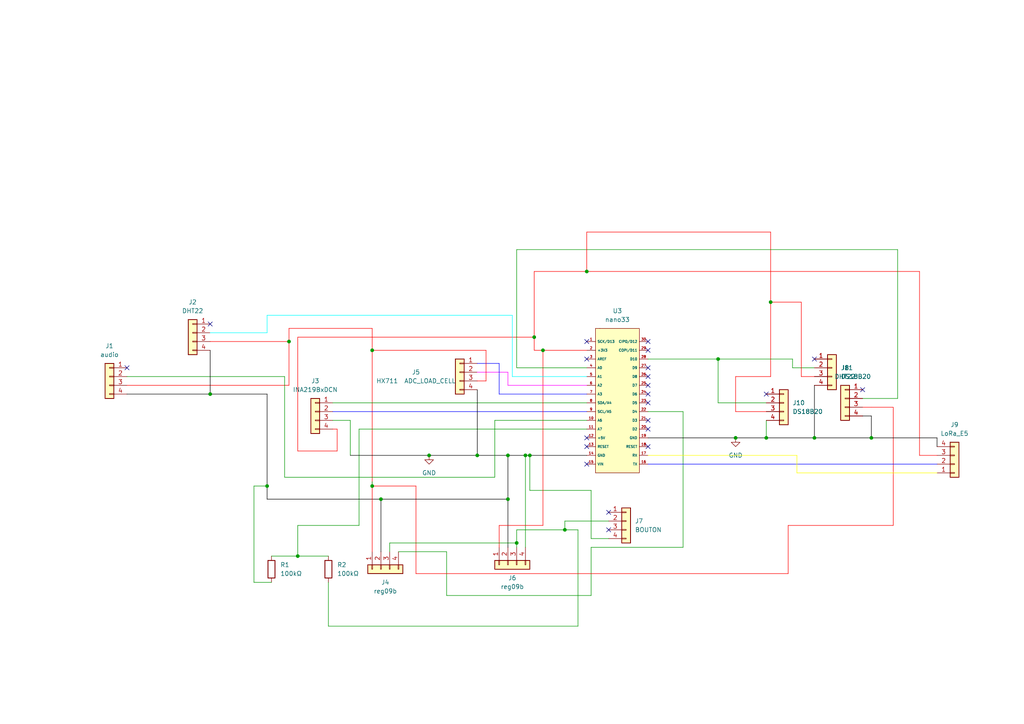
<source format=kicad_sch>
(kicad_sch (version 20211123) (generator eeschema)

  (uuid 303f712c-dc0b-4d0a-b8af-cc3a2e4cf749)

  (paper "A4")

  (lib_symbols
    (symbol "Connector_Generic:Conn_01x04" (pin_names (offset 1.016) hide) (in_bom yes) (on_board yes)
      (property "Reference" "J" (id 0) (at 0 5.08 0)
        (effects (font (size 1.27 1.27)))
      )
      (property "Value" "Conn_01x04" (id 1) (at 0 -7.62 0)
        (effects (font (size 1.27 1.27)))
      )
      (property "Footprint" "" (id 2) (at 0 0 0)
        (effects (font (size 1.27 1.27)) hide)
      )
      (property "Datasheet" "~" (id 3) (at 0 0 0)
        (effects (font (size 1.27 1.27)) hide)
      )
      (property "ki_keywords" "connector" (id 4) (at 0 0 0)
        (effects (font (size 1.27 1.27)) hide)
      )
      (property "ki_description" "Generic connector, single row, 01x04, script generated (kicad-library-utils/schlib/autogen/connector/)" (id 5) (at 0 0 0)
        (effects (font (size 1.27 1.27)) hide)
      )
      (property "ki_fp_filters" "Connector*:*_1x??_*" (id 6) (at 0 0 0)
        (effects (font (size 1.27 1.27)) hide)
      )
      (symbol "Conn_01x04_1_1"
        (rectangle (start -1.27 -4.953) (end 0 -5.207)
          (stroke (width 0.1524) (type default) (color 0 0 0 0))
          (fill (type none))
        )
        (rectangle (start -1.27 -2.413) (end 0 -2.667)
          (stroke (width 0.1524) (type default) (color 0 0 0 0))
          (fill (type none))
        )
        (rectangle (start -1.27 0.127) (end 0 -0.127)
          (stroke (width 0.1524) (type default) (color 0 0 0 0))
          (fill (type none))
        )
        (rectangle (start -1.27 2.667) (end 0 2.413)
          (stroke (width 0.1524) (type default) (color 0 0 0 0))
          (fill (type none))
        )
        (rectangle (start -1.27 3.81) (end 1.27 -6.35)
          (stroke (width 0.254) (type default) (color 0 0 0 0))
          (fill (type background))
        )
        (pin passive line (at -5.08 2.54 0) (length 3.81)
          (name "Pin_1" (effects (font (size 1.27 1.27))))
          (number "1" (effects (font (size 1.27 1.27))))
        )
        (pin passive line (at -5.08 0 0) (length 3.81)
          (name "Pin_2" (effects (font (size 1.27 1.27))))
          (number "2" (effects (font (size 1.27 1.27))))
        )
        (pin passive line (at -5.08 -2.54 0) (length 3.81)
          (name "Pin_3" (effects (font (size 1.27 1.27))))
          (number "3" (effects (font (size 1.27 1.27))))
        )
        (pin passive line (at -5.08 -5.08 0) (length 3.81)
          (name "Pin_4" (effects (font (size 1.27 1.27))))
          (number "4" (effects (font (size 1.27 1.27))))
        )
      )
    )
    (symbol "Device:R" (pin_numbers hide) (pin_names (offset 0)) (in_bom yes) (on_board yes)
      (property "Reference" "R" (id 0) (at 2.032 0 90)
        (effects (font (size 1.27 1.27)))
      )
      (property "Value" "R" (id 1) (at 0 0 90)
        (effects (font (size 1.27 1.27)))
      )
      (property "Footprint" "" (id 2) (at -1.778 0 90)
        (effects (font (size 1.27 1.27)) hide)
      )
      (property "Datasheet" "~" (id 3) (at 0 0 0)
        (effects (font (size 1.27 1.27)) hide)
      )
      (property "ki_keywords" "R res resistor" (id 4) (at 0 0 0)
        (effects (font (size 1.27 1.27)) hide)
      )
      (property "ki_description" "Resistor" (id 5) (at 0 0 0)
        (effects (font (size 1.27 1.27)) hide)
      )
      (property "ki_fp_filters" "R_*" (id 6) (at 0 0 0)
        (effects (font (size 1.27 1.27)) hide)
      )
      (symbol "R_0_1"
        (rectangle (start -1.016 -2.54) (end 1.016 2.54)
          (stroke (width 0.254) (type default) (color 0 0 0 0))
          (fill (type none))
        )
      )
      (symbol "R_1_1"
        (pin passive line (at 0 3.81 270) (length 1.27)
          (name "~" (effects (font (size 1.27 1.27))))
          (number "1" (effects (font (size 1.27 1.27))))
        )
        (pin passive line (at 0 -3.81 90) (length 1.27)
          (name "~" (effects (font (size 1.27 1.27))))
          (number "2" (effects (font (size 1.27 1.27))))
        )
      )
    )
    (symbol "nano33_1" (in_bom yes) (on_board yes)
      (property "Reference" "U" (id 0) (at 1.27 13.97 0)
        (effects (font (size 1.27 1.27)))
      )
      (property "Value" "nano33_1" (id 1) (at 1.27 12.7 0)
        (effects (font (size 1.27 1.27)))
      )
      (property "Footprint" "Module:Arduino_Nano_WithMountingHoles" (id 2) (at 1.27 -33.02 0)
        (effects (font (size 1.27 1.27)) hide)
      )
      (property "Datasheet" "" (id 3) (at 0 0 0)
        (effects (font (size 1.27 1.27)) hide)
      )
      (symbol "nano33_1_0_1"
        (rectangle (start -5.08 11.43) (end 7.62 -30.48)
          (stroke (width 0) (type default) (color 0 0 0 0))
          (fill (type background))
        )
        (rectangle (start -3.81 11.43) (end -3.81 11.43)
          (stroke (width 0) (type default) (color 0 0 0 0))
          (fill (type none))
        )
      )
      (symbol "nano33_1_1_1"
        (pin bidirectional line (at -7.62 7.62 0) (length 2.54)
          (name "SCK/D13" (effects (font (size 0.7112 0.7112))))
          (number "1" (effects (font (size 0.7112 0.7112))))
        )
        (pin bidirectional line (at -7.62 -15.24 0) (length 2.54)
          (name "A6" (effects (font (size 0.7112 0.7112))))
          (number "10" (effects (font (size 0.7112 0.7112))))
        )
        (pin bidirectional line (at -7.62 -17.78 0) (length 2.54)
          (name "A7" (effects (font (size 0.7112 0.7112))))
          (number "11" (effects (font (size 0.7112 0.7112))))
        )
        (pin bidirectional line (at -7.62 -20.32 0) (length 2.54)
          (name "+5V" (effects (font (size 0.7112 0.7112))))
          (number "12" (effects (font (size 0.7112 0.7112))))
        )
        (pin bidirectional line (at -7.62 -22.86 0) (length 2.54)
          (name "RESET" (effects (font (size 0.7112 0.7112))))
          (number "13" (effects (font (size 0.7112 0.7112))))
        )
        (pin bidirectional line (at -7.62 -25.4 0) (length 2.54)
          (name "GND" (effects (font (size 0.7112 0.7112))))
          (number "14" (effects (font (size 0.7112 0.7112))))
        )
        (pin bidirectional line (at -7.62 -27.94 0) (length 2.54)
          (name "VIN" (effects (font (size 0.7112 0.7112))))
          (number "15" (effects (font (size 0.7112 0.7112))))
        )
        (pin bidirectional line (at 10.16 -27.94 180) (length 2.54)
          (name "TX" (effects (font (size 0.7112 0.7112))))
          (number "16" (effects (font (size 0.7112 0.7112))))
        )
        (pin bidirectional line (at 10.16 -25.4 180) (length 2.54)
          (name "RX" (effects (font (size 0.7112 0.7112))))
          (number "17" (effects (font (size 0.7112 0.7112))))
        )
        (pin bidirectional line (at 10.16 -22.86 180) (length 2.54)
          (name "RESET" (effects (font (size 0.7112 0.7112))))
          (number "18" (effects (font (size 0.7112 0.7112))))
        )
        (pin bidirectional line (at 10.16 -20.32 180) (length 2.54)
          (name "GND" (effects (font (size 0.7112 0.7112))))
          (number "19" (effects (font (size 0.7112 0.7112))))
        )
        (pin input line (at -7.62 5.08 0) (length 2.54)
          (name "+3V3" (effects (font (size 0.7112 0.7112))))
          (number "2" (effects (font (size 0.7112 0.7112))))
        )
        (pin bidirectional line (at 10.16 -17.78 180) (length 2.54)
          (name "D2" (effects (font (size 0.7112 0.7112))))
          (number "20" (effects (font (size 0.7112 0.7112))))
        )
        (pin bidirectional line (at 10.16 -15.24 180) (length 2.54)
          (name "D3" (effects (font (size 0.7112 0.7112))))
          (number "21" (effects (font (size 0.7112 0.7112))))
        )
        (pin bidirectional line (at 10.16 -12.7 180) (length 2.54)
          (name "D4" (effects (font (size 0.7112 0.7112))))
          (number "22" (effects (font (size 0.7112 0.7112))))
        )
        (pin bidirectional line (at 10.16 -10.16 180) (length 2.54)
          (name "D5" (effects (font (size 0.7112 0.7112))))
          (number "23" (effects (font (size 0.7112 0.7112))))
        )
        (pin bidirectional line (at 10.16 -7.62 180) (length 2.54)
          (name "D6" (effects (font (size 0.7112 0.7112))))
          (number "24" (effects (font (size 0.7112 0.7112))))
        )
        (pin bidirectional line (at 10.16 -5.08 180) (length 2.54)
          (name "D7" (effects (font (size 0.7112 0.7112))))
          (number "25" (effects (font (size 0.7112 0.7112))))
        )
        (pin bidirectional line (at 10.16 -2.54 180) (length 2.54)
          (name "D8" (effects (font (size 0.7112 0.7112))))
          (number "26" (effects (font (size 0.7112 0.7112))))
        )
        (pin bidirectional line (at 10.16 0 180) (length 2.54)
          (name "D9" (effects (font (size 0.7112 0.7112))))
          (number "27" (effects (font (size 0.7112 0.7112))))
        )
        (pin bidirectional line (at 10.16 2.54 180) (length 2.54)
          (name "D10" (effects (font (size 0.7112 0.7112))))
          (number "28" (effects (font (size 0.7112 0.7112))))
        )
        (pin bidirectional line (at 10.16 5.08 180) (length 2.54)
          (name "COPI/D11" (effects (font (size 0.7112 0.7112))))
          (number "29" (effects (font (size 0.7112 0.7112))))
        )
        (pin bidirectional line (at -7.62 2.54 0) (length 2.54)
          (name "AREF" (effects (font (size 0.7112 0.7112))))
          (number "3" (effects (font (size 0.7112 0.7112))))
        )
        (pin bidirectional line (at 10.16 7.62 180) (length 2.54)
          (name "CIPO/D12" (effects (font (size 0.7112 0.7112))))
          (number "30" (effects (font (size 0.7112 0.7112))))
        )
        (pin bidirectional line (at -7.62 0 0) (length 2.54)
          (name "A0" (effects (font (size 0.7112 0.7112))))
          (number "4" (effects (font (size 0.7112 0.7112))))
        )
        (pin bidirectional line (at -7.62 -2.54 0) (length 2.54)
          (name "A1" (effects (font (size 0.7112 0.7112))))
          (number "5" (effects (font (size 0.7112 0.7112))))
        )
        (pin bidirectional line (at -7.62 -5.08 0) (length 2.54)
          (name "A2" (effects (font (size 0.7112 0.7112))))
          (number "6" (effects (font (size 0.7112 0.7112))))
        )
        (pin bidirectional line (at -7.62 -7.62 0) (length 2.54)
          (name "A3" (effects (font (size 0.7112 0.7112))))
          (number "7" (effects (font (size 0.7112 0.7112))))
        )
        (pin bidirectional line (at -7.62 -10.16 0) (length 2.54)
          (name "SDA/A4" (effects (font (size 0.7112 0.7112))))
          (number "8" (effects (font (size 0.7112 0.7112))))
        )
        (pin bidirectional line (at -7.62 -12.7 0) (length 2.54)
          (name "SCL/A5" (effects (font (size 0.7112 0.7112))))
          (number "9" (effects (font (size 0.7112 0.7112))))
        )
      )
    )
    (symbol "power:GND" (power) (pin_names (offset 0)) (in_bom yes) (on_board yes)
      (property "Reference" "#PWR" (id 0) (at 0 -6.35 0)
        (effects (font (size 1.27 1.27)) hide)
      )
      (property "Value" "GND" (id 1) (at 0 -3.81 0)
        (effects (font (size 1.27 1.27)))
      )
      (property "Footprint" "" (id 2) (at 0 0 0)
        (effects (font (size 1.27 1.27)) hide)
      )
      (property "Datasheet" "" (id 3) (at 0 0 0)
        (effects (font (size 1.27 1.27)) hide)
      )
      (property "ki_keywords" "power-flag" (id 4) (at 0 0 0)
        (effects (font (size 1.27 1.27)) hide)
      )
      (property "ki_description" "Power symbol creates a global label with name \"GND\" , ground" (id 5) (at 0 0 0)
        (effects (font (size 1.27 1.27)) hide)
      )
      (symbol "GND_0_1"
        (polyline
          (pts
            (xy 0 0)
            (xy 0 -1.27)
            (xy 1.27 -1.27)
            (xy 0 -2.54)
            (xy -1.27 -1.27)
            (xy 0 -1.27)
          )
          (stroke (width 0) (type default) (color 0 0 0 0))
          (fill (type none))
        )
      )
      (symbol "GND_1_1"
        (pin power_in line (at 0 0 270) (length 0) hide
          (name "GND" (effects (font (size 1.27 1.27))))
          (number "1" (effects (font (size 1.27 1.27))))
        )
      )
    )
  )

  (junction (at 124.46 132.08) (diameter 0) (color 0 0 0 0)
    (uuid 0614a5c8-54b7-4b93-80c9-8967f632a065)
  )
  (junction (at 170.18 78.74) (diameter 0) (color 0 0 0 0)
    (uuid 067ebeb8-29bf-47f8-afce-a3c1af9ef464)
  )
  (junction (at 83.82 99.06) (diameter 0) (color 0 0 0 0)
    (uuid 0cbdc5af-8922-4aa4-a3b0-66880af56448)
  )
  (junction (at 147.32 132.08) (diameter 0) (color 0 0 0 0)
    (uuid 23ee9548-ab97-4c34-89ce-198291bbfa31)
  )
  (junction (at 77.47 140.97) (diameter 0) (color 0 0 0 0)
    (uuid 30a61816-924e-4569-8f97-88c23a059681)
  )
  (junction (at 138.43 132.08) (diameter 0) (color 0 0 0 0)
    (uuid 44fe0002-84f2-4b25-8052-60a7f1695345)
  )
  (junction (at 153.67 132.08) (diameter 0) (color 0 0 0 0)
    (uuid 500afb52-c53b-46ab-885c-c77d3770151f)
  )
  (junction (at 163.83 153.67) (diameter 0) (color 0 0 0 0)
    (uuid 507959f7-d22e-4713-b187-8d0278a16229)
  )
  (junction (at 154.94 97.79) (diameter 0) (color 0 0 0 0)
    (uuid 5cf61145-07fa-4e88-8341-81b97fec9380)
  )
  (junction (at 236.22 127) (diameter 0) (color 0 0 0 0)
    (uuid 5d439e65-2448-47ba-8d11-f15f950ff8fa)
  )
  (junction (at 60.96 114.3) (diameter 0) (color 0 0 0 0)
    (uuid 5e3aba4f-e3e5-4d81-9c2d-fdad5d8c5866)
  )
  (junction (at 223.52 87.63) (diameter 0) (color 0 0 0 0)
    (uuid 7b4267a0-48cc-455d-ba77-887c00f2e91e)
  )
  (junction (at 208.28 104.14) (diameter 0) (color 0 0 0 0)
    (uuid 8dc6fbbf-920d-4ffe-b957-60a796b0efc3)
  )
  (junction (at 213.36 127) (diameter 0) (color 0 0 0 0)
    (uuid 91937af9-fcbf-4abf-bfe5-3c0d4713662c)
  )
  (junction (at 222.25 127) (diameter 0) (color 0 0 0 0)
    (uuid acdc7d64-c8b2-4bc4-b5dc-751e19e95853)
  )
  (junction (at 149.86 157.48) (diameter 0) (color 0 0 0 0)
    (uuid b2654728-86f6-4c99-9575-8aa36f55813a)
  )
  (junction (at 152.4 132.08) (diameter 0) (color 0 0 0 0)
    (uuid bc10c44d-cb67-4eac-a9a4-e3f0df1f9aff)
  )
  (junction (at 107.95 101.6) (diameter 0) (color 0 0 0 0)
    (uuid c069dfff-573d-4337-85ca-d9cf9fc46dc6)
  )
  (junction (at 110.49 144.78) (diameter 0) (color 0 0 0 0)
    (uuid c598639e-2a38-4bc2-bde4-ee36e1404105)
  )
  (junction (at 86.36 161.29) (diameter 0) (color 0 0 0 0)
    (uuid d77fd4eb-9c7f-4266-abd0-3cb756928cc9)
  )
  (junction (at 252.73 127) (diameter 0) (color 0 0 0 0)
    (uuid dd0ab8c2-7b0d-423f-92f3-b4e52e4a8c33)
  )
  (junction (at 107.95 140.97) (diameter 0) (color 0 0 0 0)
    (uuid e0af9efd-d79b-40c4-90ee-7f203b65b7da)
  )
  (junction (at 147.32 144.78) (diameter 0) (color 0 0 0 0)
    (uuid fc3c2115-d685-4f30-b707-b2016db2499c)
  )
  (junction (at 157.48 101.6) (diameter 0) (color 0 0 0 0)
    (uuid fc8c0cf5-d44c-4a44-8c97-42c20f8c953c)
  )

  (no_connect (at 36.83 106.68) (uuid 190c98ec-5522-482e-a431-b4daae8b6f0e))
  (no_connect (at 222.25 114.3) (uuid 3a79acaa-4a5e-497d-946b-8cc67d17689c))
  (no_connect (at 187.96 101.6) (uuid dcad763f-484d-4424-8bf7-71c010cc694d))
  (no_connect (at 187.96 99.06) (uuid dcad763f-484d-4424-8bf7-71c010cc694e))
  (no_connect (at 187.96 109.22) (uuid dcad763f-484d-4424-8bf7-71c010cc694f))
  (no_connect (at 187.96 106.68) (uuid dcad763f-484d-4424-8bf7-71c010cc6950))
  (no_connect (at 187.96 114.3) (uuid dcad763f-484d-4424-8bf7-71c010cc6951))
  (no_connect (at 187.96 111.76) (uuid dcad763f-484d-4424-8bf7-71c010cc6952))
  (no_connect (at 170.18 104.14) (uuid dcad763f-484d-4424-8bf7-71c010cc6953))
  (no_connect (at 170.18 99.06) (uuid dcad763f-484d-4424-8bf7-71c010cc6954))
  (no_connect (at 176.53 148.59) (uuid dcad763f-484d-4424-8bf7-71c010cc6955))
  (no_connect (at 176.53 153.67) (uuid dcad763f-484d-4424-8bf7-71c010cc6956))
  (no_connect (at 187.96 124.46) (uuid dcad763f-484d-4424-8bf7-71c010cc6957))
  (no_connect (at 187.96 121.92) (uuid dcad763f-484d-4424-8bf7-71c010cc6958))
  (no_connect (at 187.96 129.54) (uuid dcad763f-484d-4424-8bf7-71c010cc6959))
  (no_connect (at 187.96 116.84) (uuid dcad763f-484d-4424-8bf7-71c010cc695a))
  (no_connect (at 60.96 93.98) (uuid dcad763f-484d-4424-8bf7-71c010cc695b))
  (no_connect (at 250.19 113.03) (uuid dcad763f-484d-4424-8bf7-71c010cc695c))
  (no_connect (at 170.18 127) (uuid dcad763f-484d-4424-8bf7-71c010cc695e))
  (no_connect (at 170.18 129.54) (uuid dcad763f-484d-4424-8bf7-71c010cc695f))
  (no_connect (at 170.18 134.62) (uuid dcad763f-484d-4424-8bf7-71c010cc6960))
  (no_connect (at 236.22 104.14) (uuid fdc0b0fb-76d6-4c63-8081-9a6a124023ac))

  (wire (pts (xy 77.47 140.97) (xy 77.47 144.78))
    (stroke (width 0) (type default) (color 0 0 0 1))
    (uuid 001ede8d-2cc7-455f-a951-c51bafd1d373)
  )
  (wire (pts (xy 236.22 111.76) (xy 236.22 127))
    (stroke (width 0) (type default) (color 0 0 0 1))
    (uuid 00791e8d-54fb-4b99-9eac-19858a309914)
  )
  (wire (pts (xy 149.86 157.48) (xy 149.86 158.75))
    (stroke (width 0) (type default) (color 0 0 0 0))
    (uuid 00ce21dc-ccbc-40dc-aab2-8e92a7a8e073)
  )
  (wire (pts (xy 252.73 120.65) (xy 252.73 127))
    (stroke (width 0) (type default) (color 0 0 0 1))
    (uuid 011c9ecc-add4-4fef-a296-7b12c6f29563)
  )
  (wire (pts (xy 148.59 109.22) (xy 170.18 109.22))
    (stroke (width 0) (type default) (color 0 255 255 1))
    (uuid 052c1856-45bb-4fb5-a0b0-ee73039c6dc5)
  )
  (wire (pts (xy 163.83 153.67) (xy 167.64 153.67))
    (stroke (width 0) (type default) (color 0 0 0 0))
    (uuid 0561e2ac-0fe9-4c62-b314-9350d0b911ad)
  )
  (wire (pts (xy 78.74 161.29) (xy 86.36 161.29))
    (stroke (width 0) (type default) (color 0 0 0 0))
    (uuid 09d41f0f-5614-49b3-8002-5632e99a8892)
  )
  (wire (pts (xy 208.28 104.14) (xy 229.87 104.14))
    (stroke (width 0) (type default) (color 0 0 0 0))
    (uuid 0a276782-6145-4988-912b-ea4230251210)
  )
  (wire (pts (xy 154.94 101.6) (xy 154.94 97.79))
    (stroke (width 0) (type default) (color 255 0 0 1))
    (uuid 0b49d816-9460-43b5-9233-ca222b076841)
  )
  (wire (pts (xy 223.52 67.31) (xy 223.52 87.63))
    (stroke (width 0) (type default) (color 255 0 0 1))
    (uuid 12505d34-a2d3-4105-8412-cd782712c3ce)
  )
  (wire (pts (xy 149.86 72.39) (xy 260.35 72.39))
    (stroke (width 0) (type default) (color 0 0 0 0))
    (uuid 13fbbb81-0116-4492-82bc-5efbf2514e7e)
  )
  (wire (pts (xy 259.08 152.4) (xy 228.6 152.4))
    (stroke (width 0) (type default) (color 255 0 0 1))
    (uuid 1563df04-7bce-43cb-a27b-f0a824b40db5)
  )
  (wire (pts (xy 223.52 67.31) (xy 170.18 67.31))
    (stroke (width 0) (type default) (color 255 0 0 1))
    (uuid 17035371-c79e-4658-84e9-9f50221b7998)
  )
  (wire (pts (xy 60.96 101.6) (xy 60.96 114.3))
    (stroke (width 0) (type default) (color 0 0 0 1))
    (uuid 18e1deb0-38fb-4127-b03c-e418a1e20308)
  )
  (wire (pts (xy 60.96 96.52) (xy 77.47 96.52))
    (stroke (width 0) (type default) (color 0 255 255 1))
    (uuid 1a163bb9-824c-4401-8954-ac3dc9943bd3)
  )
  (wire (pts (xy 104.14 124.46) (xy 104.14 152.4))
    (stroke (width 0) (type default) (color 0 0 0 0))
    (uuid 1c87cc4e-a6e6-483d-a2f4-026b2d60ad4d)
  )
  (wire (pts (xy 138.43 113.03) (xy 138.43 132.08))
    (stroke (width 0) (type default) (color 0 0 0 1))
    (uuid 1e14c641-07ea-432c-a5bb-c8328cde61a5)
  )
  (wire (pts (xy 252.73 127) (xy 271.78 127))
    (stroke (width 0) (type default) (color 0 0 0 1))
    (uuid 1e1d1ff3-791b-45f1-88f9-5567d87f6c29)
  )
  (wire (pts (xy 86.36 152.4) (xy 86.36 161.29))
    (stroke (width 0) (type default) (color 0 0 0 0))
    (uuid 1e36b621-a1b1-46eb-9a58-52e5a6e9b540)
  )
  (wire (pts (xy 86.36 161.29) (xy 95.25 161.29))
    (stroke (width 0) (type default) (color 0 0 0 0))
    (uuid 1ef9bebf-3551-4024-b337-06347ab1ba96)
  )
  (wire (pts (xy 208.28 116.84) (xy 222.25 116.84))
    (stroke (width 0) (type default) (color 0 0 0 0))
    (uuid 215c0783-0a49-4b1e-b72d-e51d7feb70a3)
  )
  (wire (pts (xy 107.95 140.97) (xy 107.95 160.02))
    (stroke (width 0) (type default) (color 255 0 0 1))
    (uuid 218a7698-94cb-4927-bfcc-a28f9520886a)
  )
  (wire (pts (xy 147.32 144.78) (xy 147.32 158.75))
    (stroke (width 0) (type default) (color 0 0 0 1))
    (uuid 22629b4c-2ea8-4299-81ee-a00d6312d2f6)
  )
  (wire (pts (xy 95.25 181.61) (xy 167.64 181.61))
    (stroke (width 0) (type default) (color 0 0 0 0))
    (uuid 236f4ad8-2a62-4eee-a62a-4c006d54cc42)
  )
  (wire (pts (xy 36.83 109.22) (xy 82.55 109.22))
    (stroke (width 0) (type default) (color 0 0 0 0))
    (uuid 2cfc93d7-0c6f-4d2e-a236-e06d0329da89)
  )
  (wire (pts (xy 147.32 107.95) (xy 147.32 111.76))
    (stroke (width 0) (type default) (color 255 0 255 1))
    (uuid 2e8ce29b-0ada-480f-bd77-08399ae15974)
  )
  (wire (pts (xy 60.96 99.06) (xy 83.82 99.06))
    (stroke (width 0) (type default) (color 255 0 0 1))
    (uuid 311cd32d-ba07-47c9-b494-2e2d7ab82e4a)
  )
  (wire (pts (xy 138.43 105.41) (xy 144.78 105.41))
    (stroke (width 0) (type default) (color 0 0 255 1))
    (uuid 3203e0a9-c66a-4d74-bc44-72e5bb33ddeb)
  )
  (wire (pts (xy 113.03 157.48) (xy 149.86 157.48))
    (stroke (width 0) (type default) (color 0 0 0 0))
    (uuid 32fbb852-3855-4ddc-977b-8018d477bb79)
  )
  (wire (pts (xy 252.73 118.11) (xy 259.08 118.11))
    (stroke (width 0) (type default) (color 255 0 0 1))
    (uuid 349e87d7-90c3-42b6-9eb2-c6885abacc40)
  )
  (wire (pts (xy 110.49 144.78) (xy 147.32 144.78))
    (stroke (width 0) (type default) (color 0 0 0 1))
    (uuid 34f1dbdb-8431-4ede-a93c-b95cc4c7ed00)
  )
  (wire (pts (xy 223.52 87.63) (xy 223.52 109.22))
    (stroke (width 0) (type default) (color 255 0 0 1))
    (uuid 362f92b9-8f04-4340-a38e-eb97bd7eef31)
  )
  (wire (pts (xy 97.79 124.46) (xy 97.79 130.81))
    (stroke (width 0) (type default) (color 255 0 0 1))
    (uuid 38ce4d8c-15f6-42cf-926d-45caa06f7473)
  )
  (wire (pts (xy 96.52 119.38) (xy 170.18 119.38))
    (stroke (width 0) (type default) (color 0 0 255 1))
    (uuid 3a350a8c-dcec-4eb4-b634-2387805e6137)
  )
  (wire (pts (xy 250.19 115.57) (xy 260.35 115.57))
    (stroke (width 0) (type default) (color 0 0 0 0))
    (uuid 3c82b25c-5d44-4f15-a37f-ae725d1cb808)
  )
  (wire (pts (xy 143.51 138.43) (xy 143.51 121.92))
    (stroke (width 0) (type default) (color 0 0 0 0))
    (uuid 3d6e8251-66ef-41af-bf22-f68c3d1626e3)
  )
  (wire (pts (xy 78.74 168.91) (xy 73.66 168.91))
    (stroke (width 0) (type default) (color 0 0 0 0))
    (uuid 40854407-d151-4874-9750-b12cb146bf21)
  )
  (wire (pts (xy 77.47 96.52) (xy 77.47 91.44))
    (stroke (width 0) (type default) (color 0 255 255 1))
    (uuid 40b77380-6397-4d18-a9ec-95f56dd0ab23)
  )
  (wire (pts (xy 104.14 152.4) (xy 86.36 152.4))
    (stroke (width 0) (type default) (color 0 0 0 0))
    (uuid 420bfc4b-167c-41c6-b175-3bf8e4e87296)
  )
  (wire (pts (xy 147.32 144.78) (xy 147.32 132.08))
    (stroke (width 0) (type default) (color 0 0 0 1))
    (uuid 44192a77-5f5d-469a-b843-619add03dda8)
  )
  (wire (pts (xy 252.73 118.11) (xy 250.19 118.11))
    (stroke (width 0) (type default) (color 255 0 0 1))
    (uuid 4427a546-cb96-4a3a-ba3e-9d19867b217c)
  )
  (wire (pts (xy 187.96 104.14) (xy 208.28 104.14))
    (stroke (width 0) (type default) (color 0 0 0 0))
    (uuid 442c979b-66b6-4e93-915a-e040363197c4)
  )
  (wire (pts (xy 147.32 132.08) (xy 152.4 132.08))
    (stroke (width 0) (type default) (color 0 0 0 1))
    (uuid 44309822-4324-4573-9e63-6dd95f78a5a3)
  )
  (wire (pts (xy 82.55 109.22) (xy 82.55 138.43))
    (stroke (width 0) (type default) (color 0 0 0 0))
    (uuid 4438281f-ce20-4606-92ac-7af20b5a8237)
  )
  (wire (pts (xy 152.4 132.08) (xy 153.67 132.08))
    (stroke (width 0) (type default) (color 0 0 0 1))
    (uuid 470470d9-6ffd-4c16-b8c8-c73c88c15824)
  )
  (wire (pts (xy 157.48 101.6) (xy 154.94 101.6))
    (stroke (width 0) (type default) (color 255 0 0 1))
    (uuid 47280be1-97cc-4076-be97-4f51e4d482c6)
  )
  (wire (pts (xy 223.52 109.22) (xy 213.36 109.22))
    (stroke (width 0) (type default) (color 255 0 0 1))
    (uuid 4ae29907-b330-4d00-b983-f4c8875eccf6)
  )
  (wire (pts (xy 170.18 78.74) (xy 266.7 78.74))
    (stroke (width 0) (type default) (color 255 0 0 1))
    (uuid 4bfc0a89-1f1e-4da4-ac94-8b69316cb53a)
  )
  (wire (pts (xy 73.66 168.91) (xy 73.66 140.97))
    (stroke (width 0) (type default) (color 0 0 0 0))
    (uuid 4d7161d3-05ba-464e-bff1-ca8f91a3a68a)
  )
  (wire (pts (xy 82.55 138.43) (xy 143.51 138.43))
    (stroke (width 0) (type default) (color 0 0 0 0))
    (uuid 4d932a4d-c5fb-4852-89da-eb9f4444ca32)
  )
  (wire (pts (xy 138.43 107.95) (xy 147.32 107.95))
    (stroke (width 0) (type default) (color 255 0 255 1))
    (uuid 4fe1e800-18c9-4de2-8866-158407fc237b)
  )
  (wire (pts (xy 260.35 72.39) (xy 260.35 115.57))
    (stroke (width 0) (type default) (color 0 0 0 0))
    (uuid 50112559-1262-4c6e-b88e-cb2e588528a3)
  )
  (wire (pts (xy 107.95 101.6) (xy 140.97 101.6))
    (stroke (width 0) (type default) (color 255 0 0 1))
    (uuid 50e3b396-f703-4cb0-803d-e1e0053b4d2b)
  )
  (wire (pts (xy 271.78 127) (xy 271.78 129.54))
    (stroke (width 0) (type default) (color 0 0 0 1))
    (uuid 51a26dba-08dd-4f80-a35c-ce6d572c096b)
  )
  (wire (pts (xy 157.48 152.4) (xy 157.48 101.6))
    (stroke (width 0) (type default) (color 255 0 0 1))
    (uuid 5284cd63-929a-4233-88c0-be414213bc62)
  )
  (wire (pts (xy 86.36 130.81) (xy 86.36 97.79))
    (stroke (width 0) (type default) (color 255 0 0 1))
    (uuid 53516eb4-2efb-4f19-88c8-d88988f17207)
  )
  (wire (pts (xy 213.36 109.22) (xy 213.36 119.38))
    (stroke (width 0) (type default) (color 255 0 0 1))
    (uuid 55d3227c-c08e-48f6-bae1-66f4b25443fe)
  )
  (wire (pts (xy 170.18 106.68) (xy 149.86 106.68))
    (stroke (width 0) (type default) (color 0 0 0 0))
    (uuid 572b6ebd-7406-405a-9573-bfb6f77b7599)
  )
  (wire (pts (xy 229.87 104.14) (xy 229.87 106.68))
    (stroke (width 0) (type default) (color 0 0 0 0))
    (uuid 57e56da9-a112-4d0f-a4cf-ff813d6ab2fa)
  )
  (wire (pts (xy 170.18 124.46) (xy 104.14 124.46))
    (stroke (width 0) (type default) (color 0 0 0 0))
    (uuid 5962d34b-13ce-4d80-ab2c-f7751c885760)
  )
  (wire (pts (xy 144.78 114.3) (xy 170.18 114.3))
    (stroke (width 0) (type default) (color 0 0 255 1))
    (uuid 59757c2a-16fe-4a52-ade6-233533ced6a3)
  )
  (wire (pts (xy 228.6 152.4) (xy 228.6 166.37))
    (stroke (width 0) (type default) (color 255 0 0 1))
    (uuid 5b36f134-3cfc-4857-a588-089466f59693)
  )
  (wire (pts (xy 95.25 168.91) (xy 95.25 181.61))
    (stroke (width 0) (type default) (color 0 0 0 0))
    (uuid 5cb47ec4-e85b-4e5b-8080-ed38d85d943b)
  )
  (wire (pts (xy 176.53 156.21) (xy 171.45 156.21))
    (stroke (width 0) (type default) (color 0 0 0 0))
    (uuid 5d832f7a-5732-44c5-9d98-91f8de2233e0)
  )
  (wire (pts (xy 222.25 127) (xy 236.22 127))
    (stroke (width 0) (type default) (color 0 0 0 1))
    (uuid 5e27cf83-4ed1-4a6e-9419-89535e9e3203)
  )
  (wire (pts (xy 147.32 111.76) (xy 170.18 111.76))
    (stroke (width 0) (type default) (color 255 0 255 1))
    (uuid 5eaf5f00-6208-4d70-9220-186b664b35ce)
  )
  (wire (pts (xy 107.95 101.6) (xy 107.95 140.97))
    (stroke (width 0) (type default) (color 255 0 0 1))
    (uuid 5fa0dc86-c38d-4ee9-8325-175c6520ce1c)
  )
  (wire (pts (xy 187.96 132.08) (xy 231.14 132.08))
    (stroke (width 0) (type default) (color 255 255 0 1))
    (uuid 606d72d5-b19a-4811-abaf-ceb930212234)
  )
  (wire (pts (xy 167.64 181.61) (xy 167.64 153.67))
    (stroke (width 0) (type default) (color 0 0 0 0))
    (uuid 6170169c-246d-4d84-8b81-2f4643f99f2c)
  )
  (wire (pts (xy 271.78 132.08) (xy 266.7 132.08))
    (stroke (width 0) (type default) (color 255 0 0 1))
    (uuid 63a9c6c4-7608-4fbf-a94f-f33e6e844723)
  )
  (wire (pts (xy 198.12 119.38) (xy 187.96 119.38))
    (stroke (width 0) (type default) (color 0 0 0 0))
    (uuid 66fbf6a2-6425-48e3-ac1c-d46a354a3541)
  )
  (wire (pts (xy 149.86 153.67) (xy 163.83 153.67))
    (stroke (width 0) (type default) (color 0 0 0 0))
    (uuid 68290c77-f6eb-4610-a579-6dc6f0433023)
  )
  (wire (pts (xy 73.66 140.97) (xy 77.47 140.97))
    (stroke (width 0) (type default) (color 0 0 0 0))
    (uuid 69cd286d-fbb9-448b-acd9-14ff99d65c62)
  )
  (wire (pts (xy 231.14 137.16) (xy 271.78 137.16))
    (stroke (width 0) (type default) (color 255 255 0 1))
    (uuid 6ce9466c-8340-4054-9a89-981517f68fe2)
  )
  (wire (pts (xy 222.25 121.92) (xy 222.25 127))
    (stroke (width 0) (type default) (color 0 0 0 0))
    (uuid 6e613f23-dc10-464f-b66c-a51cc2ebd472)
  )
  (wire (pts (xy 176.53 151.13) (xy 163.83 151.13))
    (stroke (width 0) (type default) (color 0 0 0 0))
    (uuid 702ee7d2-9f18-4982-921a-344dc438e990)
  )
  (wire (pts (xy 171.45 158.75) (xy 198.12 158.75))
    (stroke (width 0) (type default) (color 0 0 0 0))
    (uuid 71eaed47-77c7-4e38-a73a-6571571e6816)
  )
  (wire (pts (xy 140.97 110.49) (xy 140.97 101.6))
    (stroke (width 0) (type default) (color 255 0 0 1))
    (uuid 727fc695-9b21-4f4c-b4a0-de2e7d49e321)
  )
  (wire (pts (xy 101.6 132.08) (xy 124.46 132.08))
    (stroke (width 0) (type default) (color 0 0 0 1))
    (uuid 7372e2d7-9e59-41fb-96f5-5d703a4abd52)
  )
  (wire (pts (xy 149.86 153.67) (xy 149.86 157.48))
    (stroke (width 0) (type default) (color 0 0 0 0))
    (uuid 73a1083e-6fe3-44af-be46-b30e63c895ca)
  )
  (wire (pts (xy 107.95 95.25) (xy 107.95 101.6))
    (stroke (width 0) (type default) (color 255 0 0 1))
    (uuid 7403f0d6-c5da-4ee3-bae6-171f2e2c34ca)
  )
  (wire (pts (xy 36.83 114.3) (xy 60.96 114.3))
    (stroke (width 0) (type default) (color 0 0 0 1))
    (uuid 765fd225-72db-4dac-81f0-c52fad6e42c4)
  )
  (wire (pts (xy 115.57 160.02) (xy 129.54 160.02))
    (stroke (width 0) (type default) (color 0 0 0 0))
    (uuid 779ce33b-cae4-47b3-b4ef-293f59c23623)
  )
  (wire (pts (xy 266.7 132.08) (xy 266.7 78.74))
    (stroke (width 0) (type default) (color 255 0 0 1))
    (uuid 7a85180b-37ce-40c2-bab0-d030045dab93)
  )
  (wire (pts (xy 228.6 166.37) (xy 120.65 166.37))
    (stroke (width 0) (type default) (color 255 0 0 1))
    (uuid 7ff66fc0-4199-42cd-b0c4-b071a08d055a)
  )
  (wire (pts (xy 148.59 91.44) (xy 148.59 109.22))
    (stroke (width 0) (type default) (color 0 255 255 1))
    (uuid 80b82616-5749-48db-8e78-193aa3d27eb6)
  )
  (wire (pts (xy 107.95 140.97) (xy 107.95 139.7))
    (stroke (width 0) (type default) (color 0 0 0 0))
    (uuid 824165d0-daf8-42bd-871d-4184d2ac8b73)
  )
  (wire (pts (xy 163.83 151.13) (xy 163.83 153.67))
    (stroke (width 0) (type default) (color 0 0 0 0))
    (uuid 877b2fc6-5ae0-44e6-9de7-c73ab1335c70)
  )
  (wire (pts (xy 143.51 121.92) (xy 170.18 121.92))
    (stroke (width 0) (type default) (color 0 0 0 0))
    (uuid 89a7c0ea-2ade-464f-aa29-9c88ae202d79)
  )
  (wire (pts (xy 60.96 114.3) (xy 77.47 114.3))
    (stroke (width 0) (type default) (color 0 0 0 1))
    (uuid 8ad3d0a5-2c7a-4bce-80be-7f1a35c78a3a)
  )
  (wire (pts (xy 171.45 172.72) (xy 171.45 158.75))
    (stroke (width 0) (type default) (color 0 0 0 0))
    (uuid 8f133111-48c4-468f-afb6-d8d446934004)
  )
  (wire (pts (xy 171.45 142.24) (xy 153.67 142.24))
    (stroke (width 0) (type default) (color 0 0 0 0))
    (uuid 9056c132-1678-46ef-b7ff-99794f99c743)
  )
  (wire (pts (xy 138.43 110.49) (xy 140.97 110.49))
    (stroke (width 0) (type default) (color 255 0 0 1))
    (uuid 92d2b91b-9a35-4416-8650-d3fbcb74799e)
  )
  (wire (pts (xy 231.14 132.08) (xy 231.14 137.16))
    (stroke (width 0) (type default) (color 255 255 0 1))
    (uuid 992791ac-0a94-4099-87c8-e2efb357fb00)
  )
  (wire (pts (xy 77.47 91.44) (xy 148.59 91.44))
    (stroke (width 0) (type default) (color 0 255 255 1))
    (uuid 9a325466-fe36-4ec4-8fbb-9c2add0b12c1)
  )
  (wire (pts (xy 77.47 144.78) (xy 110.49 144.78))
    (stroke (width 0) (type default) (color 0 0 0 1))
    (uuid 9a7f3c71-d600-4e5a-88d0-99f3553d5435)
  )
  (wire (pts (xy 113.03 157.48) (xy 113.03 160.02))
    (stroke (width 0) (type default) (color 0 0 0 0))
    (uuid 9cea6de7-ed94-4d71-a123-e92a0d2d457c)
  )
  (wire (pts (xy 83.82 111.76) (xy 83.82 99.06))
    (stroke (width 0) (type default) (color 255 0 0 1))
    (uuid 9fd08aec-f96f-4f77-a955-cc0000a354e2)
  )
  (wire (pts (xy 187.96 134.62) (xy 271.78 134.62))
    (stroke (width 0) (type default) (color 0 0 255 1))
    (uuid a05e6c4f-7930-436b-b1c9-28761cf5a9e6)
  )
  (wire (pts (xy 152.4 132.08) (xy 152.4 158.75))
    (stroke (width 0) (type default) (color 0 0 0 0))
    (uuid a174fb8a-55fc-415f-9bc7-4529fa2f9fe2)
  )
  (wire (pts (xy 83.82 95.25) (xy 107.95 95.25))
    (stroke (width 0) (type default) (color 255 0 0 1))
    (uuid a228e186-dfc4-4a73-ab53-f8f77e7b24cc)
  )
  (wire (pts (xy 229.87 106.68) (xy 236.22 106.68))
    (stroke (width 0) (type default) (color 0 0 0 0))
    (uuid a260bf57-193a-4519-8c97-39aa155a393a)
  )
  (wire (pts (xy 149.86 106.68) (xy 149.86 72.39))
    (stroke (width 0) (type default) (color 0 0 0 0))
    (uuid a308faea-0588-45b1-8537-25b082d17310)
  )
  (wire (pts (xy 138.43 132.08) (xy 147.32 132.08))
    (stroke (width 0) (type default) (color 0 0 0 1))
    (uuid a9259b75-788a-4e80-8e9f-8db7d12d5bda)
  )
  (wire (pts (xy 259.08 118.11) (xy 259.08 152.4))
    (stroke (width 0) (type default) (color 255 0 0 1))
    (uuid a99edc90-3b2b-495b-b48e-b7e8ddfc9882)
  )
  (wire (pts (xy 187.96 127) (xy 213.36 127))
    (stroke (width 0) (type default) (color 0 0 0 1))
    (uuid ab27eab5-b2ec-406b-97a0-8e069d94c55c)
  )
  (wire (pts (xy 250.19 120.65) (xy 252.73 120.65))
    (stroke (width 0) (type default) (color 0 0 0 1))
    (uuid aff93dd0-bb74-4b0d-b5e5-4a3bb3443024)
  )
  (wire (pts (xy 129.54 172.72) (xy 171.45 172.72))
    (stroke (width 0) (type default) (color 0 0 0 0))
    (uuid b2411d0b-2922-476e-a91d-d790b41c0ca7)
  )
  (wire (pts (xy 144.78 152.4) (xy 144.78 158.75))
    (stroke (width 0) (type default) (color 255 0 0 1))
    (uuid b33c5ef1-aa85-4cda-abfc-9a4705bc5905)
  )
  (wire (pts (xy 236.22 127) (xy 252.73 127))
    (stroke (width 0) (type default) (color 0 0 0 1))
    (uuid b88c87ee-b214-49a4-99ea-55938786b46a)
  )
  (wire (pts (xy 232.41 109.22) (xy 232.41 87.63))
    (stroke (width 0) (type default) (color 255 0 0 1))
    (uuid b8ec33f8-dc78-4092-a6fc-e47d389f6a75)
  )
  (wire (pts (xy 198.12 158.75) (xy 198.12 119.38))
    (stroke (width 0) (type default) (color 0 0 0 0))
    (uuid bba82c82-1ea0-4bf2-9bef-280c6c91312a)
  )
  (wire (pts (xy 170.18 101.6) (xy 157.48 101.6))
    (stroke (width 0) (type default) (color 255 0 0 1))
    (uuid bd719f64-7a6a-4af9-8a1c-c6bb9624bf25)
  )
  (wire (pts (xy 36.83 111.76) (xy 83.82 111.76))
    (stroke (width 0) (type default) (color 255 0 0 1))
    (uuid bdf11535-04ac-4509-a9ca-05ca9540a937)
  )
  (wire (pts (xy 86.36 97.79) (xy 154.94 97.79))
    (stroke (width 0) (type default) (color 255 0 0 1))
    (uuid be99853b-5fd9-4349-b073-07c887f2f7fd)
  )
  (wire (pts (xy 171.45 156.21) (xy 171.45 142.24))
    (stroke (width 0) (type default) (color 0 0 0 0))
    (uuid bf7c81f5-e48d-4314-b1a1-d6429495fbf6)
  )
  (wire (pts (xy 144.78 152.4) (xy 157.48 152.4))
    (stroke (width 0) (type default) (color 255 0 0 1))
    (uuid c19f41a6-1262-4fe6-b399-86668101a95b)
  )
  (wire (pts (xy 124.46 132.08) (xy 138.43 132.08))
    (stroke (width 0) (type default) (color 0 0 0 1))
    (uuid c2e93849-e952-43b8-914c-07e2b8012798)
  )
  (wire (pts (xy 101.6 121.92) (xy 101.6 132.08))
    (stroke (width 0) (type default) (color 0 0 0 0))
    (uuid c4cdf6f5-7b51-407b-b258-ef30efe94122)
  )
  (wire (pts (xy 97.79 130.81) (xy 86.36 130.81))
    (stroke (width 0) (type default) (color 255 0 0 1))
    (uuid ca0c8954-5d94-4b8b-b8c9-5247553b784e)
  )
  (wire (pts (xy 77.47 114.3) (xy 77.47 140.97))
    (stroke (width 0) (type default) (color 0 0 0 1))
    (uuid cb6e4e7f-ad99-4dc7-afdc-c4b664b16caf)
  )
  (wire (pts (xy 153.67 142.24) (xy 153.67 132.08))
    (stroke (width 0) (type default) (color 0 0 0 0))
    (uuid cc4c1cf9-04fb-4cbf-b88b-de38da0b940e)
  )
  (wire (pts (xy 213.36 127) (xy 222.25 127))
    (stroke (width 0) (type default) (color 0 0 0 1))
    (uuid cd8a530d-78a8-44f7-a6fe-6e012496b3a3)
  )
  (wire (pts (xy 96.52 116.84) (xy 170.18 116.84))
    (stroke (width 0) (type default) (color 0 0 0 0))
    (uuid cdd340dc-d495-4049-8046-caf462aa423f)
  )
  (wire (pts (xy 153.67 132.08) (xy 170.18 132.08))
    (stroke (width 0) (type default) (color 0 0 0 1))
    (uuid cf82be47-9f86-47b0-a2e2-4a9998e00dd4)
  )
  (wire (pts (xy 144.78 105.41) (xy 144.78 114.3))
    (stroke (width 0) (type default) (color 0 0 255 1))
    (uuid cfb12c59-5a3e-4d3f-ab0b-d128515a8f39)
  )
  (wire (pts (xy 96.52 124.46) (xy 97.79 124.46))
    (stroke (width 0) (type default) (color 255 0 0 1))
    (uuid d0f2cb8d-32b8-411a-b5cb-519d90358034)
  )
  (wire (pts (xy 213.36 119.38) (xy 222.25 119.38))
    (stroke (width 0) (type default) (color 255 0 0 1))
    (uuid d1a0c8dd-f3fd-4a25-bd66-0911fbd3ef1c)
  )
  (wire (pts (xy 120.65 140.97) (xy 107.95 140.97))
    (stroke (width 0) (type default) (color 255 0 0 1))
    (uuid d1e72e88-7a8a-493b-bc10-1e9bfb168af3)
  )
  (wire (pts (xy 236.22 109.22) (xy 232.41 109.22))
    (stroke (width 0) (type default) (color 255 0 0 1))
    (uuid d3bcf774-de4f-43ee-8ad9-ed62e5a4a8bc)
  )
  (wire (pts (xy 232.41 87.63) (xy 223.52 87.63))
    (stroke (width 0) (type default) (color 255 0 0 1))
    (uuid d75c2c76-b2fd-4368-81c0-9a002c1e3d67)
  )
  (wire (pts (xy 170.18 67.31) (xy 170.18 78.74))
    (stroke (width 0) (type default) (color 255 0 0 1))
    (uuid de8ba900-2e4c-4100-b6d1-5b9e316d7136)
  )
  (wire (pts (xy 120.65 166.37) (xy 120.65 140.97))
    (stroke (width 0) (type default) (color 255 0 0 1))
    (uuid e10dcb78-2e7e-4199-9907-d261c2e8258b)
  )
  (wire (pts (xy 129.54 160.02) (xy 129.54 172.72))
    (stroke (width 0) (type default) (color 0 0 0 0))
    (uuid e2521106-41ac-4167-9610-628c3342695d)
  )
  (wire (pts (xy 154.94 97.79) (xy 154.94 78.74))
    (stroke (width 0) (type default) (color 255 0 0 1))
    (uuid e4f8d22c-a0f1-4a67-8779-d86d621f3f51)
  )
  (wire (pts (xy 96.52 121.92) (xy 101.6 121.92))
    (stroke (width 0) (type default) (color 0 0 0 0))
    (uuid e9be835d-3dde-40c4-856b-1b559b290e5e)
  )
  (wire (pts (xy 83.82 99.06) (xy 83.82 95.25))
    (stroke (width 0) (type default) (color 255 0 0 1))
    (uuid eb6a4c1a-4d06-4805-985f-8e3076ed2634)
  )
  (wire (pts (xy 154.94 78.74) (xy 170.18 78.74))
    (stroke (width 0) (type default) (color 255 0 0 1))
    (uuid ec7a99a0-91d1-4108-8bb9-7e0ba792a54a)
  )
  (wire (pts (xy 208.28 104.14) (xy 208.28 116.84))
    (stroke (width 0) (type default) (color 0 0 0 0))
    (uuid f00f1206-bd2a-4d48-bef2-531051c1fb13)
  )
  (wire (pts (xy 110.49 144.78) (xy 110.49 160.02))
    (stroke (width 0) (type default) (color 0 0 0 1))
    (uuid f884efa7-669f-4f61-8c64-951313567ac4)
  )

  (symbol (lib_id "Connector_Generic:Conn_01x04") (at 276.86 134.62 0) (mirror x) (unit 1)
    (in_bom yes) (on_board yes) (fields_autoplaced)
    (uuid 124affbb-583d-497e-a3bd-779b84bd8323)
    (property "Reference" "J9" (id 0) (at 276.86 123.19 0))
    (property "Value" "LoRa_E5" (id 1) (at 276.86 125.73 0))
    (property "Footprint" "Connector_PinHeader_2.00mm:PinHeader_1x04_P2.00mm_Vertical" (id 2) (at 276.86 134.62 0)
      (effects (font (size 1.27 1.27)) hide)
    )
    (property "Datasheet" "~" (id 3) (at 276.86 134.62 0)
      (effects (font (size 1.27 1.27)) hide)
    )
    (pin "1" (uuid f3d22258-3de1-4f5c-af64-79a16b6bc8d1))
    (pin "2" (uuid a94e5ff2-6aa4-49ef-8d71-d2ed1da623ec))
    (pin "3" (uuid 9690fb2d-2a72-4725-a2ff-bf1fbf00553d))
    (pin "4" (uuid 9a70b94c-4668-418b-a5a7-b68a3aa26979))
  )

  (symbol (lib_id "Connector_Generic:Conn_01x04") (at 227.33 116.84 0) (unit 1)
    (in_bom yes) (on_board yes) (fields_autoplaced)
    (uuid 1f486c5d-91cb-4bca-b954-99f53367880d)
    (property "Reference" "J10" (id 0) (at 229.87 116.8399 0)
      (effects (font (size 1.27 1.27)) (justify left))
    )
    (property "Value" "DS18B20" (id 1) (at 229.87 119.3799 0)
      (effects (font (size 1.27 1.27)) (justify left))
    )
    (property "Footprint" "Connector_PinHeader_2.00mm:PinHeader_1x04_P2.00mm_Vertical" (id 2) (at 227.33 116.84 0)
      (effects (font (size 1.27 1.27)) hide)
    )
    (property "Datasheet" "~" (id 3) (at 227.33 116.84 0)
      (effects (font (size 1.27 1.27)) hide)
    )
    (pin "1" (uuid 9b7e2f10-995b-4760-96d5-024bbd45002d))
    (pin "2" (uuid ea7af598-4a53-4c13-95eb-4bf46f4b6ed4))
    (pin "3" (uuid 4ace9e84-2cf0-4aed-864a-a4c809f96b80))
    (pin "4" (uuid 9d5437ce-813e-4ec3-a27b-1b29c2261ec3))
  )

  (symbol (lib_id "Connector_Generic:Conn_01x04") (at 147.32 163.83 90) (mirror x) (unit 1)
    (in_bom yes) (on_board yes) (fields_autoplaced)
    (uuid 3e41f618-e5c7-4999-8806-20f8a33fde98)
    (property "Reference" "J6" (id 0) (at 148.59 167.64 90))
    (property "Value" "reg09b" (id 1) (at 148.59 170.18 90))
    (property "Footprint" "Connector_PinHeader_2.54mm:PinHeader_1x04_P2.54mm_Vertical" (id 2) (at 147.32 163.83 0)
      (effects (font (size 1.27 1.27)) hide)
    )
    (property "Datasheet" "~" (id 3) (at 147.32 163.83 0)
      (effects (font (size 1.27 1.27)) hide)
    )
    (pin "1" (uuid ba027d97-397e-4a65-8165-eb3161a38711))
    (pin "2" (uuid e303b099-7404-489a-8d9b-5db0a4748187))
    (pin "3" (uuid 94971a73-133c-456d-8a8a-ffc4ca5aa397))
    (pin "4" (uuid 08018843-b530-401a-8d61-097bac83a5ea))
  )

  (symbol (lib_id "Device:R") (at 95.25 165.1 0) (unit 1)
    (in_bom yes) (on_board yes) (fields_autoplaced)
    (uuid 42e37070-5ba1-4ece-812c-2a9d3f3238d3)
    (property "Reference" "R2" (id 0) (at 97.79 163.8299 0)
      (effects (font (size 1.27 1.27)) (justify left))
    )
    (property "Value" "100kΩ" (id 1) (at 97.79 166.3699 0)
      (effects (font (size 1.27 1.27)) (justify left))
    )
    (property "Footprint" "Resistor_THT:R_Axial_DIN0207_L6.3mm_D2.5mm_P10.16mm_Horizontal" (id 2) (at 93.472 165.1 90)
      (effects (font (size 1.27 1.27)) hide)
    )
    (property "Datasheet" "~" (id 3) (at 95.25 165.1 0)
      (effects (font (size 1.27 1.27)) hide)
    )
    (pin "1" (uuid d8a5348d-8254-41d5-a89e-5d52b430a019))
    (pin "2" (uuid 886119dc-3eac-4cf0-9f2a-01a7e2f18ef5))
  )

  (symbol (lib_id "Connector_Generic:Conn_01x04") (at 133.35 107.95 0) (mirror y) (unit 1)
    (in_bom yes) (on_board yes)
    (uuid 4eb83cdb-9731-4845-9086-7dfcce8103df)
    (property "Reference" "J5" (id 0) (at 120.65 107.95 0))
    (property "Value" "HX711  ADC_LOAD_CELL" (id 1) (at 120.65 110.49 0))
    (property "Footprint" "Connector_PinHeader_2.00mm:PinHeader_1x04_P2.00mm_Vertical" (id 2) (at 133.35 107.95 0)
      (effects (font (size 1.27 1.27)) hide)
    )
    (property "Datasheet" "~" (id 3) (at 133.35 107.95 0)
      (effects (font (size 1.27 1.27)) hide)
    )
    (pin "1" (uuid 505e63e5-9337-4d13-82f0-bbd25ff4e63b))
    (pin "2" (uuid b3199328-cc89-4bae-a161-c5b1dfc3bb47))
    (pin "3" (uuid a7ec55a7-4f1f-40c2-9fad-8d663c83efcf))
    (pin "4" (uuid 1d89bc9c-ba81-434d-a9d1-3ad914827ed4))
  )

  (symbol (lib_id "Connector_Generic:Conn_01x04") (at 110.49 165.1 90) (mirror x) (unit 1)
    (in_bom yes) (on_board yes) (fields_autoplaced)
    (uuid 50923449-a841-4f8e-9358-2ed9b4cbe91a)
    (property "Reference" "J4" (id 0) (at 111.76 168.91 90))
    (property "Value" "reg09b" (id 1) (at 111.76 171.45 90))
    (property "Footprint" "Connector_PinHeader_2.54mm:PinHeader_1x04_P2.54mm_Vertical" (id 2) (at 110.49 165.1 0)
      (effects (font (size 1.27 1.27)) hide)
    )
    (property "Datasheet" "~" (id 3) (at 110.49 165.1 0)
      (effects (font (size 1.27 1.27)) hide)
    )
    (pin "1" (uuid 6f80af02-60fc-42df-99b0-67584ab6e857))
    (pin "2" (uuid 60df2e73-934f-485d-afd4-af14278249c1))
    (pin "3" (uuid d7624d17-a345-4ea9-8ecb-95f01d8d6dcc))
    (pin "4" (uuid cff8ca2d-24e9-4018-8573-32c30ae2d690))
  )

  (symbol (lib_id "Connector_Generic:Conn_01x04") (at 31.75 109.22 0) (mirror y) (unit 1)
    (in_bom yes) (on_board yes) (fields_autoplaced)
    (uuid 6cfed34e-cc30-4658-91ce-3bfcbbf5fb9e)
    (property "Reference" "J1" (id 0) (at 31.75 100.33 0))
    (property "Value" "audio" (id 1) (at 31.75 102.87 0))
    (property "Footprint" "Connector_PinHeader_2.00mm:PinHeader_1x04_P2.00mm_Vertical" (id 2) (at 31.75 109.22 0)
      (effects (font (size 1.27 1.27)) hide)
    )
    (property "Datasheet" "~" (id 3) (at 31.75 109.22 0)
      (effects (font (size 1.27 1.27)) hide)
    )
    (pin "1" (uuid 0d0f1940-c1b1-4e9e-af63-acb0761e5b7d))
    (pin "2" (uuid aa3636c2-2e03-46a8-b8a2-a09aa9171c07))
    (pin "3" (uuid ad963744-4ca3-40e1-9f00-d5203f7ca91e))
    (pin "4" (uuid b8bfb71e-f22b-4c34-96a7-bb164fd7476c))
  )

  (symbol (lib_id "power:GND") (at 124.46 132.08 0) (unit 1)
    (in_bom yes) (on_board yes) (fields_autoplaced)
    (uuid 731fa9e6-14ce-48fc-9596-39e2057acaea)
    (property "Reference" "#PWR0102" (id 0) (at 124.46 138.43 0)
      (effects (font (size 1.27 1.27)) hide)
    )
    (property "Value" "GND" (id 1) (at 124.46 137.16 0))
    (property "Footprint" "" (id 2) (at 124.46 132.08 0)
      (effects (font (size 1.27 1.27)) hide)
    )
    (property "Datasheet" "" (id 3) (at 124.46 132.08 0)
      (effects (font (size 1.27 1.27)) hide)
    )
    (pin "1" (uuid 9332b4c9-5109-4fdc-85a9-024536938c2b))
  )

  (symbol (lib_name "nano33_1") (lib_id "NANO_sym:nano33") (at 177.8 106.68 0) (unit 1)
    (in_bom yes) (on_board yes) (fields_autoplaced)
    (uuid 91aaef4a-ca4a-48fb-a100-eba516723fe7)
    (property "Reference" "U3" (id 0) (at 179.07 90.17 0))
    (property "Value" "nano33" (id 1) (at 179.07 92.71 0))
    (property "Footprint" "Module:Arduino_Nano_WithMountingHoles" (id 2) (at 179.07 139.7 0)
      (effects (font (size 1.27 1.27)) hide)
    )
    (property "Datasheet" "" (id 3) (at 177.8 106.68 0)
      (effects (font (size 1.27 1.27)) hide)
    )
    (pin "1" (uuid 47169ecc-53c4-47d2-af9e-2128acfa21e9))
    (pin "10" (uuid 30d804f4-55da-45c9-877a-e63dfb6e1083))
    (pin "11" (uuid a134a2b3-5773-44b0-9191-45907078c561))
    (pin "12" (uuid 5c5deefd-b3ce-48ea-b26a-b3d638eee735))
    (pin "13" (uuid dbf9f829-fbe0-4c24-88f9-3f44e3bc406f))
    (pin "14" (uuid 682b84f4-8e29-4e86-b303-62670e51afe5))
    (pin "15" (uuid 9a5d5457-de88-4983-ab86-58e5794aae36))
    (pin "16" (uuid 6085cb05-3e11-4fbe-a7f5-dfad6346361f))
    (pin "17" (uuid 83dc7d3a-c866-45ab-b910-fca666d7cc5a))
    (pin "18" (uuid a1a9d459-0f9e-4082-a086-42b338615fe7))
    (pin "19" (uuid ca06550b-7f70-4921-9adf-758c6bc9d1e5))
    (pin "2" (uuid b7de2a04-04ff-4b33-94d1-0e5d53860865))
    (pin "20" (uuid 84e96c9f-8f51-4cb5-ba82-956977ceebf7))
    (pin "21" (uuid 618066e7-4423-4e1e-8c76-50957d4116d6))
    (pin "22" (uuid 536ae8d2-4883-47b0-a9c7-0fc3d6b73308))
    (pin "23" (uuid 144b0bdf-be4d-4250-b6b3-82de63077ff8))
    (pin "24" (uuid 4d547476-d13c-4e6e-9c8b-835096e5c0ac))
    (pin "25" (uuid 6b4e9d1c-7474-4c23-a52d-f82ce9e5542e))
    (pin "26" (uuid 57620e26-5450-4375-8402-1d96ed5ac48e))
    (pin "27" (uuid 57ada2b4-f2f3-488c-be35-3a34d862518f))
    (pin "28" (uuid d4a53214-dd53-4466-9ee9-bd5566c0d65b))
    (pin "29" (uuid 24c1d78b-2065-4f9f-bc74-f0860c444a0f))
    (pin "3" (uuid 83cdd188-fd4f-4ba9-80e1-06291fd0be48))
    (pin "30" (uuid 80d68bbc-59f9-4c0d-a206-4e2c29e1d73d))
    (pin "4" (uuid 0012fec6-dc08-452e-bbe7-1ad74af4015b))
    (pin "5" (uuid e0949158-f225-4bac-b3a7-2cb7df3ffea3))
    (pin "6" (uuid a642a3d1-9508-44ea-8729-5425d9812452))
    (pin "7" (uuid 952d3c71-68df-4058-8aad-24e8cfaa7e69))
    (pin "8" (uuid 96902f30-c536-4a73-ac32-ae2f378effb4))
    (pin "9" (uuid ab42aaa8-1c25-46e0-93a0-9d0d339a911c))
  )

  (symbol (lib_id "Connector_Generic:Conn_01x04") (at 245.11 115.57 0) (mirror y) (unit 1)
    (in_bom yes) (on_board yes) (fields_autoplaced)
    (uuid 94a0b6b7-da1c-4a52-b39d-5ba53326799a)
    (property "Reference" "J8" (id 0) (at 245.11 106.68 0))
    (property "Value" "DHT22" (id 1) (at 245.11 109.22 0))
    (property "Footprint" "Connector_PinHeader_2.00mm:PinHeader_1x04_P2.00mm_Vertical" (id 2) (at 245.11 115.57 0)
      (effects (font (size 1.27 1.27)) hide)
    )
    (property "Datasheet" "~" (id 3) (at 245.11 115.57 0)
      (effects (font (size 1.27 1.27)) hide)
    )
    (pin "1" (uuid 445bb2d2-1b6f-43a9-93a6-f7e76ad1b2f3))
    (pin "2" (uuid c8ab71fd-ad98-4c1f-a07e-8d0a69aa5042))
    (pin "3" (uuid 8e8001db-6ef2-48f8-aa81-e034fd637dee))
    (pin "4" (uuid bee10a72-1859-4082-9dd6-8f3aae761d94))
  )

  (symbol (lib_id "Connector_Generic:Conn_01x04") (at 181.61 151.13 0) (unit 1)
    (in_bom yes) (on_board yes) (fields_autoplaced)
    (uuid c5731ac1-a926-4ba1-8d43-56445459df44)
    (property "Reference" "J7" (id 0) (at 184.15 151.1299 0)
      (effects (font (size 1.27 1.27)) (justify left))
    )
    (property "Value" "BOUTON" (id 1) (at 184.15 153.6699 0)
      (effects (font (size 1.27 1.27)) (justify left))
    )
    (property "Footprint" "Connector_PinHeader_2.00mm:PinHeader_1x04_P2.00mm_Vertical" (id 2) (at 181.61 151.13 0)
      (effects (font (size 1.27 1.27)) hide)
    )
    (property "Datasheet" "~" (id 3) (at 181.61 151.13 0)
      (effects (font (size 1.27 1.27)) hide)
    )
    (pin "1" (uuid 689f2f56-d398-46b1-a218-25d81bfc337e))
    (pin "2" (uuid cb37b6f4-b27d-418c-a512-f79bc040c94a))
    (pin "3" (uuid 3acfe771-8825-48c7-92e3-10207b408d18))
    (pin "4" (uuid 3523aeae-7712-421b-83de-9b5199a68b4f))
  )

  (symbol (lib_id "Connector_Generic:Conn_01x04") (at 55.88 96.52 0) (mirror y) (unit 1)
    (in_bom yes) (on_board yes) (fields_autoplaced)
    (uuid cd452b76-2615-471a-97bf-e92eca77f091)
    (property "Reference" "J2" (id 0) (at 55.88 87.63 0))
    (property "Value" "DHT22" (id 1) (at 55.88 90.17 0))
    (property "Footprint" "Connector_PinHeader_2.00mm:PinHeader_1x04_P2.00mm_Vertical" (id 2) (at 55.88 96.52 0)
      (effects (font (size 1.27 1.27)) hide)
    )
    (property "Datasheet" "~" (id 3) (at 55.88 96.52 0)
      (effects (font (size 1.27 1.27)) hide)
    )
    (pin "1" (uuid 1f0e0ec5-55d0-4965-9310-5f9267c5b594))
    (pin "2" (uuid f2f32c3c-abbb-4024-9366-7436ce9da2b7))
    (pin "3" (uuid b9aca157-8038-41f3-a2f6-32986b5f4c98))
    (pin "4" (uuid 4dd83845-278c-4cec-a1d9-3e09b687510d))
  )

  (symbol (lib_id "power:GND") (at 213.36 127 0) (unit 1)
    (in_bom yes) (on_board yes) (fields_autoplaced)
    (uuid eae15c62-9c26-44f7-9ccf-eff77ceb83df)
    (property "Reference" "#PWR0101" (id 0) (at 213.36 133.35 0)
      (effects (font (size 1.27 1.27)) hide)
    )
    (property "Value" "GND" (id 1) (at 213.36 132.08 0))
    (property "Footprint" "" (id 2) (at 213.36 127 0)
      (effects (font (size 1.27 1.27)) hide)
    )
    (property "Datasheet" "" (id 3) (at 213.36 127 0)
      (effects (font (size 1.27 1.27)) hide)
    )
    (pin "1" (uuid 49f0b73b-9eda-44d6-9027-fe9779f40a70))
  )

  (symbol (lib_id "Device:R") (at 78.74 165.1 0) (unit 1)
    (in_bom yes) (on_board yes) (fields_autoplaced)
    (uuid ee0c33af-2758-494a-b439-acc6ac52324c)
    (property "Reference" "R1" (id 0) (at 81.28 163.8299 0)
      (effects (font (size 1.27 1.27)) (justify left))
    )
    (property "Value" "100kΩ" (id 1) (at 81.28 166.3699 0)
      (effects (font (size 1.27 1.27)) (justify left))
    )
    (property "Footprint" "Resistor_THT:R_Axial_DIN0207_L6.3mm_D2.5mm_P10.16mm_Horizontal" (id 2) (at 76.962 165.1 90)
      (effects (font (size 1.27 1.27)) hide)
    )
    (property "Datasheet" "~" (id 3) (at 78.74 165.1 0)
      (effects (font (size 1.27 1.27)) hide)
    )
    (pin "1" (uuid 0ff57801-10af-44ac-be1d-44a0abcecb1f))
    (pin "2" (uuid 35335d1e-14b6-4770-b1c2-85f582ffa729))
  )

  (symbol (lib_id "Connector_Generic:Conn_01x04") (at 91.44 119.38 0) (mirror y) (unit 1)
    (in_bom yes) (on_board yes) (fields_autoplaced)
    (uuid f46ef9a2-5375-41fe-8768-1b808023fb9b)
    (property "Reference" "J3" (id 0) (at 91.44 110.49 0))
    (property "Value" "INA219BxDCN" (id 1) (at 91.44 113.03 0))
    (property "Footprint" "Connector_PinHeader_2.00mm:PinHeader_1x04_P2.00mm_Vertical" (id 2) (at 91.44 119.38 0)
      (effects (font (size 1.27 1.27)) hide)
    )
    (property "Datasheet" "~" (id 3) (at 91.44 119.38 0)
      (effects (font (size 1.27 1.27)) hide)
    )
    (pin "1" (uuid 88dd899d-2b00-4096-affd-7d52fdb32cc2))
    (pin "2" (uuid 2023c408-9afc-41b8-8057-99d2ca6b7e38))
    (pin "3" (uuid a3a248c6-1051-46b6-b17d-1762a1efb884))
    (pin "4" (uuid cc593218-9f61-49a8-af2a-7fdba33fcd78))
  )

  (symbol (lib_id "Connector_Generic:Conn_01x04") (at 241.3 106.68 0) (unit 1)
    (in_bom yes) (on_board yes) (fields_autoplaced)
    (uuid f94f8401-4e64-47d0-8432-d38027488b52)
    (property "Reference" "J11" (id 0) (at 243.84 106.6799 0)
      (effects (font (size 1.27 1.27)) (justify left))
    )
    (property "Value" "DS18B20" (id 1) (at 243.84 109.2199 0)
      (effects (font (size 1.27 1.27)) (justify left))
    )
    (property "Footprint" "Connector_PinHeader_2.00mm:PinHeader_1x04_P2.00mm_Vertical" (id 2) (at 241.3 106.68 0)
      (effects (font (size 1.27 1.27)) hide)
    )
    (property "Datasheet" "~" (id 3) (at 241.3 106.68 0)
      (effects (font (size 1.27 1.27)) hide)
    )
    (pin "1" (uuid 3693e5cf-2723-4793-94b4-bb8f50a36690))
    (pin "2" (uuid 6b1762cc-dc91-46bf-82d8-f75a36881de7))
    (pin "3" (uuid c5f88f49-4f51-4d4f-b2f6-549baa78a32a))
    (pin "4" (uuid ea4800c3-b65f-4bf9-b4b9-7347c4dc30b0))
  )

  (sheet_instances
    (path "/" (page "1"))
  )

  (symbol_instances
    (path "/eae15c62-9c26-44f7-9ccf-eff77ceb83df"
      (reference "#PWR0101") (unit 1) (value "GND") (footprint "")
    )
    (path "/731fa9e6-14ce-48fc-9596-39e2057acaea"
      (reference "#PWR0102") (unit 1) (value "GND") (footprint "")
    )
    (path "/6cfed34e-cc30-4658-91ce-3bfcbbf5fb9e"
      (reference "J1") (unit 1) (value "audio") (footprint "Connector_PinHeader_2.00mm:PinHeader_1x04_P2.00mm_Vertical")
    )
    (path "/cd452b76-2615-471a-97bf-e92eca77f091"
      (reference "J2") (unit 1) (value "DHT22") (footprint "Connector_PinHeader_2.00mm:PinHeader_1x04_P2.00mm_Vertical")
    )
    (path "/f46ef9a2-5375-41fe-8768-1b808023fb9b"
      (reference "J3") (unit 1) (value "INA219BxDCN") (footprint "Connector_PinHeader_2.00mm:PinHeader_1x04_P2.00mm_Vertical")
    )
    (path "/50923449-a841-4f8e-9358-2ed9b4cbe91a"
      (reference "J4") (unit 1) (value "reg09b") (footprint "Connector_PinHeader_2.54mm:PinHeader_1x04_P2.54mm_Vertical")
    )
    (path "/4eb83cdb-9731-4845-9086-7dfcce8103df"
      (reference "J5") (unit 1) (value "HX711  ADC_LOAD_CELL") (footprint "Connector_PinHeader_2.00mm:PinHeader_1x04_P2.00mm_Vertical")
    )
    (path "/3e41f618-e5c7-4999-8806-20f8a33fde98"
      (reference "J6") (unit 1) (value "reg09b") (footprint "Connector_PinHeader_2.54mm:PinHeader_1x04_P2.54mm_Vertical")
    )
    (path "/c5731ac1-a926-4ba1-8d43-56445459df44"
      (reference "J7") (unit 1) (value "BOUTON") (footprint "Connector_PinHeader_2.00mm:PinHeader_1x04_P2.00mm_Vertical")
    )
    (path "/94a0b6b7-da1c-4a52-b39d-5ba53326799a"
      (reference "J8") (unit 1) (value "DHT22") (footprint "Connector_PinHeader_2.00mm:PinHeader_1x04_P2.00mm_Vertical")
    )
    (path "/124affbb-583d-497e-a3bd-779b84bd8323"
      (reference "J9") (unit 1) (value "LoRa_E5") (footprint "Connector_PinHeader_2.00mm:PinHeader_1x04_P2.00mm_Vertical")
    )
    (path "/1f486c5d-91cb-4bca-b954-99f53367880d"
      (reference "J10") (unit 1) (value "DS18B20") (footprint "Connector_PinHeader_2.00mm:PinHeader_1x04_P2.00mm_Vertical")
    )
    (path "/f94f8401-4e64-47d0-8432-d38027488b52"
      (reference "J11") (unit 1) (value "DS18B20") (footprint "Connector_PinHeader_2.00mm:PinHeader_1x04_P2.00mm_Vertical")
    )
    (path "/ee0c33af-2758-494a-b439-acc6ac52324c"
      (reference "R1") (unit 1) (value "100kΩ") (footprint "Resistor_THT:R_Axial_DIN0207_L6.3mm_D2.5mm_P10.16mm_Horizontal")
    )
    (path "/42e37070-5ba1-4ece-812c-2a9d3f3238d3"
      (reference "R2") (unit 1) (value "100kΩ") (footprint "Resistor_THT:R_Axial_DIN0207_L6.3mm_D2.5mm_P10.16mm_Horizontal")
    )
    (path "/91aaef4a-ca4a-48fb-a100-eba516723fe7"
      (reference "U3") (unit 1) (value "nano33") (footprint "Module:Arduino_Nano_WithMountingHoles")
    )
  )
)

</source>
